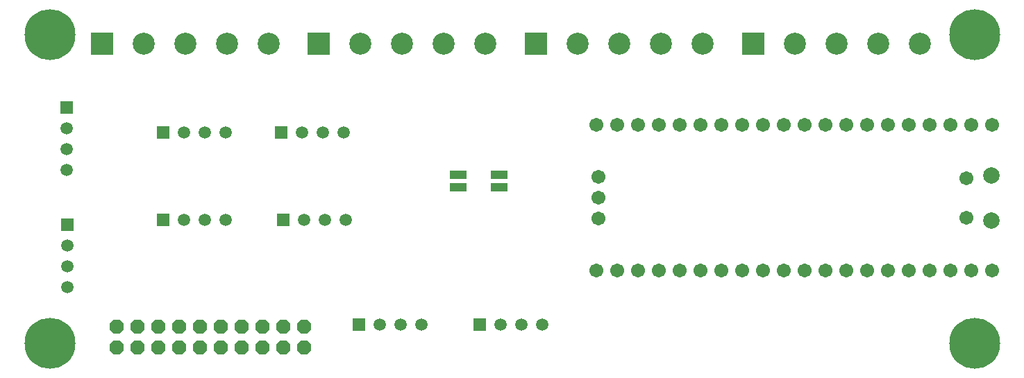
<source format=gbr>
G04 EAGLE Gerber RS-274X export*
G75*
%MOMM*%
%FSLAX34Y34*%
%LPD*%
%INSoldermask Bottom*%
%IPPOS*%
%AMOC8*
5,1,8,0,0,1.08239X$1,22.5*%
G01*
%ADD10C,1.711200*%
%ADD11C,2.003200*%
%ADD12C,1.703200*%
%ADD13R,2.678200X2.678200*%
%ADD14C,2.678200*%
%ADD15R,1.511200X1.511200*%
%ADD16C,1.511200*%
%ADD17P,1.869504X8X22.500000*%
%ADD18C,6.203200*%
%ADD19R,2.003200X1.023200*%


D10*
X1581150Y613410D03*
X1555750Y613410D03*
X1428750Y613410D03*
X1403350Y613410D03*
X1530350Y613410D03*
X1504950Y613410D03*
X1454150Y613410D03*
X1479550Y613410D03*
X1377950Y613410D03*
X1352550Y613410D03*
X1327150Y613410D03*
X1301750Y613410D03*
X1276350Y613410D03*
X1250950Y613410D03*
X1225550Y613410D03*
X1200150Y613410D03*
X1174750Y613410D03*
X1149350Y613410D03*
X1123950Y613410D03*
X1098550Y613410D03*
X1098550Y435610D03*
X1123950Y435610D03*
X1149350Y435610D03*
X1174750Y435610D03*
X1200150Y435610D03*
X1225550Y435610D03*
X1250950Y435610D03*
X1276350Y435610D03*
X1301750Y435610D03*
X1327150Y435610D03*
X1352550Y435610D03*
X1377950Y435610D03*
X1403350Y435610D03*
X1428750Y435610D03*
X1454150Y435610D03*
X1479550Y435610D03*
X1504950Y435610D03*
X1530350Y435610D03*
X1555750Y435610D03*
X1581150Y435610D03*
D11*
X1579850Y551760D03*
X1579850Y497260D03*
D12*
X1549550Y548760D03*
X1549550Y500260D03*
D10*
X1100850Y549910D03*
X1100850Y524510D03*
X1100850Y499110D03*
D13*
X495427Y712470D03*
D14*
X546227Y712470D03*
X597027Y712470D03*
X647827Y712470D03*
X698627Y712470D03*
D13*
X759587Y712597D03*
D14*
X810387Y712597D03*
X861187Y712597D03*
X911987Y712597D03*
X962787Y712597D03*
D13*
X1024636Y712470D03*
D14*
X1075436Y712470D03*
X1126236Y712470D03*
X1177036Y712470D03*
X1227836Y712470D03*
D13*
X1289939Y712470D03*
D14*
X1340739Y712470D03*
X1391539Y712470D03*
X1442339Y712470D03*
X1493139Y712470D03*
D15*
X713740Y604520D03*
D16*
X739140Y604520D03*
X764540Y604520D03*
X789940Y604520D03*
D15*
X453390Y491490D03*
D16*
X453390Y466090D03*
X453390Y440690D03*
X453390Y415290D03*
D15*
X956310Y369570D03*
D16*
X981710Y369570D03*
X1007110Y369570D03*
X1032510Y369570D03*
D15*
X716280Y497840D03*
D16*
X741680Y497840D03*
X767080Y497840D03*
X792480Y497840D03*
D15*
X808990Y369570D03*
D16*
X834390Y369570D03*
X859790Y369570D03*
X885190Y369570D03*
D15*
X570230Y604520D03*
D16*
X595630Y604520D03*
X621030Y604520D03*
X646430Y604520D03*
D15*
X570230Y497840D03*
D16*
X595630Y497840D03*
X621030Y497840D03*
X646430Y497840D03*
D17*
X513080Y341630D03*
X513080Y367030D03*
X538480Y341630D03*
X538480Y367030D03*
X563880Y341630D03*
X563880Y367030D03*
X589280Y341630D03*
X589280Y367030D03*
X614680Y341630D03*
X614680Y367030D03*
X640080Y341630D03*
X640080Y367030D03*
X665480Y341630D03*
X665480Y367030D03*
X690880Y341630D03*
X690880Y367030D03*
X716280Y341630D03*
X716280Y367030D03*
X741680Y341630D03*
X741680Y367030D03*
D18*
X431800Y346710D03*
X1559560Y723900D03*
X1559560Y346710D03*
X431800Y723900D03*
D15*
X452120Y635000D03*
D16*
X452120Y609600D03*
X452120Y584200D03*
X452120Y558800D03*
D19*
X979640Y537478D03*
X979640Y552958D03*
X929640Y552958D03*
X929640Y537478D03*
M02*

</source>
